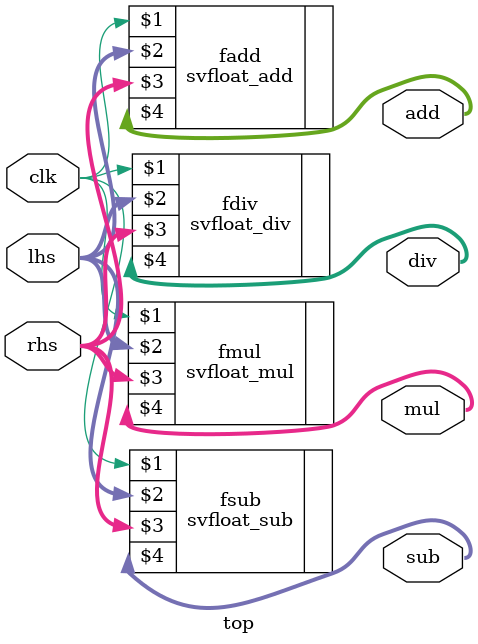
<source format=sv>


`timescale 1ns/1ps



module top(
    input  wire  clk,
    
    input  wire [31:0]  lhs,
    input  wire [31:0]  rhs,
    
    output logic[31:0]  mul,
    output logic[31:0]  div,
    output logic[31:0]  add,
    output logic[31:0]  sub
);
    svfloat_mul fmul(clk, lhs, rhs, mul);
    svfloat_div fdiv(clk, lhs, rhs, div);
    svfloat_add fadd(clk, lhs, rhs, add);
    svfloat_sub fsub(clk, lhs, rhs, sub);
endmodule

</source>
